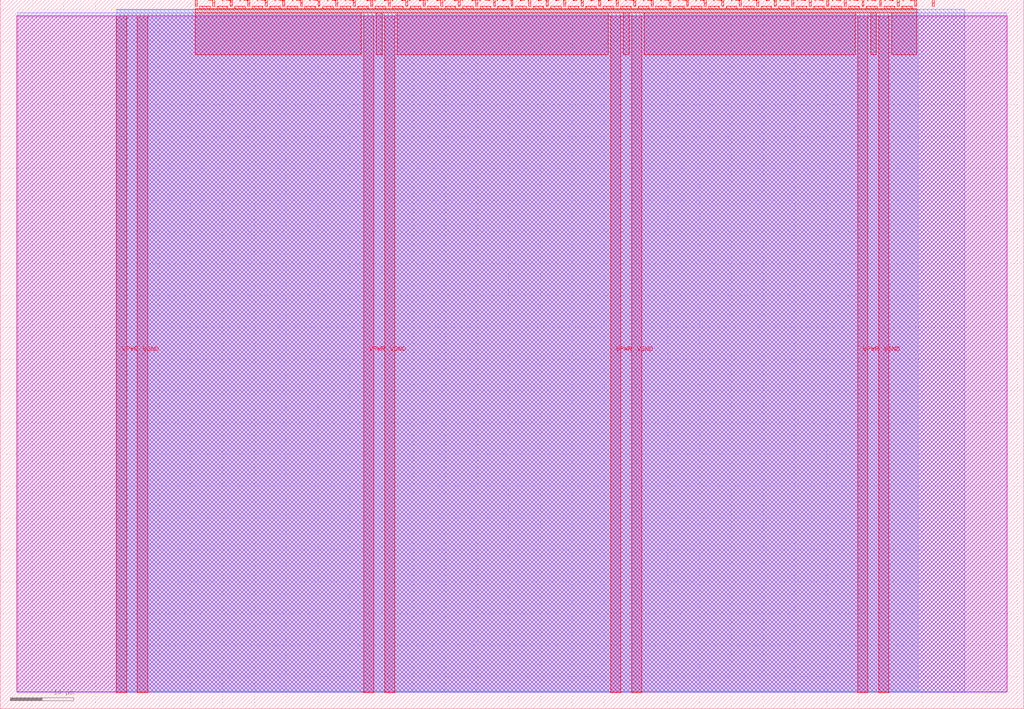
<source format=lef>
VERSION 5.7 ;
  NOWIREEXTENSIONATPIN ON ;
  DIVIDERCHAR "/" ;
  BUSBITCHARS "[]" ;
MACRO tt_um_lif_network_MR
  CLASS BLOCK ;
  FOREIGN tt_um_lif_network_MR ;
  ORIGIN 0.000 0.000 ;
  SIZE 161.000 BY 111.520 ;
  PIN VGND
    DIRECTION INOUT ;
    USE GROUND ;
    PORT
      LAYER met4 ;
        RECT 21.580 2.480 23.180 109.040 ;
    END
    PORT
      LAYER met4 ;
        RECT 60.450 2.480 62.050 109.040 ;
    END
    PORT
      LAYER met4 ;
        RECT 99.320 2.480 100.920 109.040 ;
    END
    PORT
      LAYER met4 ;
        RECT 138.190 2.480 139.790 109.040 ;
    END
  END VGND
  PIN VPWR
    DIRECTION INOUT ;
    USE POWER ;
    PORT
      LAYER met4 ;
        RECT 18.280 2.480 19.880 109.040 ;
    END
    PORT
      LAYER met4 ;
        RECT 57.150 2.480 58.750 109.040 ;
    END
    PORT
      LAYER met4 ;
        RECT 96.020 2.480 97.620 109.040 ;
    END
    PORT
      LAYER met4 ;
        RECT 134.890 2.480 136.490 109.040 ;
    END
  END VPWR
  PIN clk
    DIRECTION INPUT ;
    USE SIGNAL ;
    ANTENNAGATEAREA 0.852000 ;
    PORT
      LAYER met4 ;
        RECT 143.830 110.520 144.130 111.520 ;
    END
  END clk
  PIN ena
    DIRECTION INPUT ;
    USE SIGNAL ;
    PORT
      LAYER met4 ;
        RECT 146.590 110.520 146.890 111.520 ;
    END
  END ena
  PIN rst_n
    DIRECTION INPUT ;
    USE SIGNAL ;
    ANTENNAGATEAREA 0.213000 ;
    PORT
      LAYER met4 ;
        RECT 141.070 110.520 141.370 111.520 ;
    END
  END rst_n
  PIN ui_in[0]
    DIRECTION INPUT ;
    USE SIGNAL ;
    ANTENNAGATEAREA 0.196500 ;
    PORT
      LAYER met4 ;
        RECT 138.310 110.520 138.610 111.520 ;
    END
  END ui_in[0]
  PIN ui_in[1]
    DIRECTION INPUT ;
    USE SIGNAL ;
    ANTENNAGATEAREA 0.196500 ;
    PORT
      LAYER met4 ;
        RECT 135.550 110.520 135.850 111.520 ;
    END
  END ui_in[1]
  PIN ui_in[2]
    DIRECTION INPUT ;
    USE SIGNAL ;
    ANTENNAGATEAREA 0.196500 ;
    PORT
      LAYER met4 ;
        RECT 132.790 110.520 133.090 111.520 ;
    END
  END ui_in[2]
  PIN ui_in[3]
    DIRECTION INPUT ;
    USE SIGNAL ;
    ANTENNAGATEAREA 0.196500 ;
    PORT
      LAYER met4 ;
        RECT 130.030 110.520 130.330 111.520 ;
    END
  END ui_in[3]
  PIN ui_in[4]
    DIRECTION INPUT ;
    USE SIGNAL ;
    ANTENNAGATEAREA 0.196500 ;
    PORT
      LAYER met4 ;
        RECT 127.270 110.520 127.570 111.520 ;
    END
  END ui_in[4]
  PIN ui_in[5]
    DIRECTION INPUT ;
    USE SIGNAL ;
    ANTENNAGATEAREA 0.196500 ;
    PORT
      LAYER met4 ;
        RECT 124.510 110.520 124.810 111.520 ;
    END
  END ui_in[5]
  PIN ui_in[6]
    DIRECTION INPUT ;
    USE SIGNAL ;
    ANTENNAGATEAREA 0.196500 ;
    PORT
      LAYER met4 ;
        RECT 121.750 110.520 122.050 111.520 ;
    END
  END ui_in[6]
  PIN ui_in[7]
    DIRECTION INPUT ;
    USE SIGNAL ;
    ANTENNAGATEAREA 0.196500 ;
    PORT
      LAYER met4 ;
        RECT 118.990 110.520 119.290 111.520 ;
    END
  END ui_in[7]
  PIN uio_in[0]
    DIRECTION INPUT ;
    USE SIGNAL ;
    ANTENNAGATEAREA 0.196500 ;
    PORT
      LAYER met4 ;
        RECT 116.230 110.520 116.530 111.520 ;
    END
  END uio_in[0]
  PIN uio_in[1]
    DIRECTION INPUT ;
    USE SIGNAL ;
    ANTENNAGATEAREA 0.196500 ;
    PORT
      LAYER met4 ;
        RECT 113.470 110.520 113.770 111.520 ;
    END
  END uio_in[1]
  PIN uio_in[2]
    DIRECTION INPUT ;
    USE SIGNAL ;
    ANTENNAGATEAREA 0.196500 ;
    PORT
      LAYER met4 ;
        RECT 110.710 110.520 111.010 111.520 ;
    END
  END uio_in[2]
  PIN uio_in[3]
    DIRECTION INPUT ;
    USE SIGNAL ;
    ANTENNAGATEAREA 0.196500 ;
    PORT
      LAYER met4 ;
        RECT 107.950 110.520 108.250 111.520 ;
    END
  END uio_in[3]
  PIN uio_in[4]
    DIRECTION INPUT ;
    USE SIGNAL ;
    PORT
      LAYER met4 ;
        RECT 105.190 110.520 105.490 111.520 ;
    END
  END uio_in[4]
  PIN uio_in[5]
    DIRECTION INPUT ;
    USE SIGNAL ;
    PORT
      LAYER met4 ;
        RECT 102.430 110.520 102.730 111.520 ;
    END
  END uio_in[5]
  PIN uio_in[6]
    DIRECTION INPUT ;
    USE SIGNAL ;
    PORT
      LAYER met4 ;
        RECT 99.670 110.520 99.970 111.520 ;
    END
  END uio_in[6]
  PIN uio_in[7]
    DIRECTION INPUT ;
    USE SIGNAL ;
    PORT
      LAYER met4 ;
        RECT 96.910 110.520 97.210 111.520 ;
    END
  END uio_in[7]
  PIN uio_oe[0]
    DIRECTION OUTPUT ;
    USE SIGNAL ;
    PORT
      LAYER met4 ;
        RECT 49.990 110.520 50.290 111.520 ;
    END
  END uio_oe[0]
  PIN uio_oe[1]
    DIRECTION OUTPUT ;
    USE SIGNAL ;
    PORT
      LAYER met4 ;
        RECT 47.230 110.520 47.530 111.520 ;
    END
  END uio_oe[1]
  PIN uio_oe[2]
    DIRECTION OUTPUT ;
    USE SIGNAL ;
    PORT
      LAYER met4 ;
        RECT 44.470 110.520 44.770 111.520 ;
    END
  END uio_oe[2]
  PIN uio_oe[3]
    DIRECTION OUTPUT ;
    USE SIGNAL ;
    PORT
      LAYER met4 ;
        RECT 41.710 110.520 42.010 111.520 ;
    END
  END uio_oe[3]
  PIN uio_oe[4]
    DIRECTION OUTPUT ;
    USE SIGNAL ;
    PORT
      LAYER met4 ;
        RECT 38.950 110.520 39.250 111.520 ;
    END
  END uio_oe[4]
  PIN uio_oe[5]
    DIRECTION OUTPUT ;
    USE SIGNAL ;
    PORT
      LAYER met4 ;
        RECT 36.190 110.520 36.490 111.520 ;
    END
  END uio_oe[5]
  PIN uio_oe[6]
    DIRECTION OUTPUT ;
    USE SIGNAL ;
    PORT
      LAYER met4 ;
        RECT 33.430 110.520 33.730 111.520 ;
    END
  END uio_oe[6]
  PIN uio_oe[7]
    DIRECTION OUTPUT ;
    USE SIGNAL ;
    PORT
      LAYER met4 ;
        RECT 30.670 110.520 30.970 111.520 ;
    END
  END uio_oe[7]
  PIN uio_out[0]
    DIRECTION OUTPUT ;
    USE SIGNAL ;
    PORT
      LAYER met4 ;
        RECT 72.070 110.520 72.370 111.520 ;
    END
  END uio_out[0]
  PIN uio_out[1]
    DIRECTION OUTPUT ;
    USE SIGNAL ;
    PORT
      LAYER met4 ;
        RECT 69.310 110.520 69.610 111.520 ;
    END
  END uio_out[1]
  PIN uio_out[2]
    DIRECTION OUTPUT ;
    USE SIGNAL ;
    PORT
      LAYER met4 ;
        RECT 66.550 110.520 66.850 111.520 ;
    END
  END uio_out[2]
  PIN uio_out[3]
    DIRECTION OUTPUT ;
    USE SIGNAL ;
    PORT
      LAYER met4 ;
        RECT 63.790 110.520 64.090 111.520 ;
    END
  END uio_out[3]
  PIN uio_out[4]
    DIRECTION OUTPUT ;
    USE SIGNAL ;
    ANTENNADIFFAREA 0.445500 ;
    PORT
      LAYER met4 ;
        RECT 61.030 110.520 61.330 111.520 ;
    END
  END uio_out[4]
  PIN uio_out[5]
    DIRECTION OUTPUT ;
    USE SIGNAL ;
    ANTENNADIFFAREA 0.445500 ;
    PORT
      LAYER met4 ;
        RECT 58.270 110.520 58.570 111.520 ;
    END
  END uio_out[5]
  PIN uio_out[6]
    DIRECTION OUTPUT ;
    USE SIGNAL ;
    ANTENNADIFFAREA 0.445500 ;
    PORT
      LAYER met4 ;
        RECT 55.510 110.520 55.810 111.520 ;
    END
  END uio_out[6]
  PIN uio_out[7]
    DIRECTION OUTPUT ;
    USE SIGNAL ;
    ANTENNADIFFAREA 0.445500 ;
    PORT
      LAYER met4 ;
        RECT 52.750 110.520 53.050 111.520 ;
    END
  END uio_out[7]
  PIN uo_out[0]
    DIRECTION OUTPUT ;
    USE SIGNAL ;
    ANTENNADIFFAREA 0.795200 ;
    PORT
      LAYER met4 ;
        RECT 94.150 110.520 94.450 111.520 ;
    END
  END uo_out[0]
  PIN uo_out[1]
    DIRECTION OUTPUT ;
    USE SIGNAL ;
    ANTENNADIFFAREA 0.445500 ;
    PORT
      LAYER met4 ;
        RECT 91.390 110.520 91.690 111.520 ;
    END
  END uo_out[1]
  PIN uo_out[2]
    DIRECTION OUTPUT ;
    USE SIGNAL ;
    ANTENNADIFFAREA 0.445500 ;
    PORT
      LAYER met4 ;
        RECT 88.630 110.520 88.930 111.520 ;
    END
  END uo_out[2]
  PIN uo_out[3]
    DIRECTION OUTPUT ;
    USE SIGNAL ;
    ANTENNADIFFAREA 0.445500 ;
    PORT
      LAYER met4 ;
        RECT 85.870 110.520 86.170 111.520 ;
    END
  END uo_out[3]
  PIN uo_out[4]
    DIRECTION OUTPUT ;
    USE SIGNAL ;
    PORT
      LAYER met4 ;
        RECT 83.110 110.520 83.410 111.520 ;
    END
  END uo_out[4]
  PIN uo_out[5]
    DIRECTION OUTPUT ;
    USE SIGNAL ;
    PORT
      LAYER met4 ;
        RECT 80.350 110.520 80.650 111.520 ;
    END
  END uo_out[5]
  PIN uo_out[6]
    DIRECTION OUTPUT ;
    USE SIGNAL ;
    PORT
      LAYER met4 ;
        RECT 77.590 110.520 77.890 111.520 ;
    END
  END uo_out[6]
  PIN uo_out[7]
    DIRECTION OUTPUT ;
    USE SIGNAL ;
    PORT
      LAYER met4 ;
        RECT 74.830 110.520 75.130 111.520 ;
    END
  END uo_out[7]
  OBS
      LAYER nwell ;
        RECT 2.570 2.635 158.430 108.990 ;
      LAYER li1 ;
        RECT 2.760 2.635 158.240 108.885 ;
      LAYER met1 ;
        RECT 2.760 2.480 158.240 109.440 ;
      LAYER met2 ;
        RECT 18.310 2.535 151.700 110.005 ;
      LAYER met3 ;
        RECT 18.290 2.555 144.370 109.985 ;
      LAYER met4 ;
        RECT 31.370 110.120 33.030 110.520 ;
        RECT 34.130 110.120 35.790 110.520 ;
        RECT 36.890 110.120 38.550 110.520 ;
        RECT 39.650 110.120 41.310 110.520 ;
        RECT 42.410 110.120 44.070 110.520 ;
        RECT 45.170 110.120 46.830 110.520 ;
        RECT 47.930 110.120 49.590 110.520 ;
        RECT 50.690 110.120 52.350 110.520 ;
        RECT 53.450 110.120 55.110 110.520 ;
        RECT 56.210 110.120 57.870 110.520 ;
        RECT 58.970 110.120 60.630 110.520 ;
        RECT 61.730 110.120 63.390 110.520 ;
        RECT 64.490 110.120 66.150 110.520 ;
        RECT 67.250 110.120 68.910 110.520 ;
        RECT 70.010 110.120 71.670 110.520 ;
        RECT 72.770 110.120 74.430 110.520 ;
        RECT 75.530 110.120 77.190 110.520 ;
        RECT 78.290 110.120 79.950 110.520 ;
        RECT 81.050 110.120 82.710 110.520 ;
        RECT 83.810 110.120 85.470 110.520 ;
        RECT 86.570 110.120 88.230 110.520 ;
        RECT 89.330 110.120 90.990 110.520 ;
        RECT 92.090 110.120 93.750 110.520 ;
        RECT 94.850 110.120 96.510 110.520 ;
        RECT 97.610 110.120 99.270 110.520 ;
        RECT 100.370 110.120 102.030 110.520 ;
        RECT 103.130 110.120 104.790 110.520 ;
        RECT 105.890 110.120 107.550 110.520 ;
        RECT 108.650 110.120 110.310 110.520 ;
        RECT 111.410 110.120 113.070 110.520 ;
        RECT 114.170 110.120 115.830 110.520 ;
        RECT 116.930 110.120 118.590 110.520 ;
        RECT 119.690 110.120 121.350 110.520 ;
        RECT 122.450 110.120 124.110 110.520 ;
        RECT 125.210 110.120 126.870 110.520 ;
        RECT 127.970 110.120 129.630 110.520 ;
        RECT 130.730 110.120 132.390 110.520 ;
        RECT 133.490 110.120 135.150 110.520 ;
        RECT 136.250 110.120 137.910 110.520 ;
        RECT 139.010 110.120 140.670 110.520 ;
        RECT 141.770 110.120 143.430 110.520 ;
        RECT 30.655 109.440 144.145 110.120 ;
        RECT 30.655 102.855 56.750 109.440 ;
        RECT 59.150 102.855 60.050 109.440 ;
        RECT 62.450 102.855 95.620 109.440 ;
        RECT 98.020 102.855 98.920 109.440 ;
        RECT 101.320 102.855 134.490 109.440 ;
        RECT 136.890 102.855 137.790 109.440 ;
        RECT 140.190 102.855 144.145 109.440 ;
  END
END tt_um_lif_network_MR
END LIBRARY


</source>
